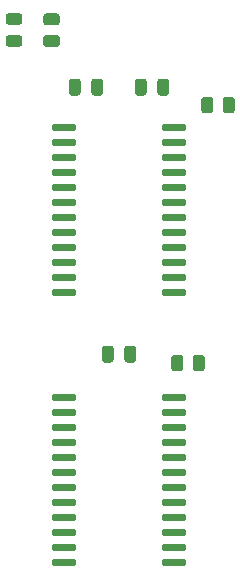
<source format=gtp>
G04 #@! TF.GenerationSoftware,KiCad,Pcbnew,6.0.6-3a73a75311~116~ubuntu22.04.1*
G04 #@! TF.CreationDate,2022-06-24T09:32:34-04:00*
G04 #@! TF.ProjectId,led_breakout,6c65645f-6272-4656-916b-6f75742e6b69,0*
G04 #@! TF.SameCoordinates,Original*
G04 #@! TF.FileFunction,Paste,Top*
G04 #@! TF.FilePolarity,Positive*
%FSLAX46Y46*%
G04 Gerber Fmt 4.6, Leading zero omitted, Abs format (unit mm)*
G04 Created by KiCad (PCBNEW 6.0.6-3a73a75311~116~ubuntu22.04.1) date 2022-06-24 09:32:34*
%MOMM*%
%LPD*%
G01*
G04 APERTURE LIST*
G04 APERTURE END LIST*
G36*
G01*
X148863032Y-77721979D02*
X148863032Y-78671979D01*
G75*
G02*
X148613032Y-78921979I-250000J0D01*
G01*
X148113032Y-78921979D01*
G75*
G02*
X147863032Y-78671979I0J250000D01*
G01*
X147863032Y-77721979D01*
G75*
G02*
X148113032Y-77471979I250000J0D01*
G01*
X148613032Y-77471979D01*
G75*
G02*
X148863032Y-77721979I0J-250000D01*
G01*
G37*
G36*
G01*
X146963032Y-77721979D02*
X146963032Y-78671979D01*
G75*
G02*
X146713032Y-78921979I-250000J0D01*
G01*
X146213032Y-78921979D01*
G75*
G02*
X145963032Y-78671979I0J250000D01*
G01*
X145963032Y-77721979D01*
G75*
G02*
X146213032Y-77471979I250000J0D01*
G01*
X146713032Y-77471979D01*
G75*
G02*
X146963032Y-77721979I0J-250000D01*
G01*
G37*
G36*
G01*
X151576032Y-80170979D02*
X151576032Y-79270979D01*
G75*
G02*
X151826032Y-79020979I250000J0D01*
G01*
X152351032Y-79020979D01*
G75*
G02*
X152601032Y-79270979I0J-250000D01*
G01*
X152601032Y-80170979D01*
G75*
G02*
X152351032Y-80420979I-250000J0D01*
G01*
X151826032Y-80420979D01*
G75*
G02*
X151576032Y-80170979I0J250000D01*
G01*
G37*
G36*
G01*
X153401032Y-80170979D02*
X153401032Y-79270979D01*
G75*
G02*
X153651032Y-79020979I250000J0D01*
G01*
X154176032Y-79020979D01*
G75*
G02*
X154426032Y-79270979I0J-250000D01*
G01*
X154426032Y-80170979D01*
G75*
G02*
X154176032Y-80420979I-250000J0D01*
G01*
X153651032Y-80420979D01*
G75*
G02*
X153401032Y-80170979I0J250000D01*
G01*
G37*
G36*
G01*
X146069032Y-100327979D02*
X146069032Y-101277979D01*
G75*
G02*
X145819032Y-101527979I-250000J0D01*
G01*
X145319032Y-101527979D01*
G75*
G02*
X145069032Y-101277979I0J250000D01*
G01*
X145069032Y-100327979D01*
G75*
G02*
X145319032Y-100077979I250000J0D01*
G01*
X145819032Y-100077979D01*
G75*
G02*
X146069032Y-100327979I0J-250000D01*
G01*
G37*
G36*
G01*
X144169032Y-100327979D02*
X144169032Y-101277979D01*
G75*
G02*
X143919032Y-101527979I-250000J0D01*
G01*
X143419032Y-101527979D01*
G75*
G02*
X143169032Y-101277979I0J250000D01*
G01*
X143169032Y-100327979D01*
G75*
G02*
X143419032Y-100077979I250000J0D01*
G01*
X143919032Y-100077979D01*
G75*
G02*
X144169032Y-100327979I0J-250000D01*
G01*
G37*
G36*
G01*
X140375032Y-78671979D02*
X140375032Y-77721979D01*
G75*
G02*
X140625032Y-77471979I250000J0D01*
G01*
X141125032Y-77471979D01*
G75*
G02*
X141375032Y-77721979I0J-250000D01*
G01*
X141375032Y-78671979D01*
G75*
G02*
X141125032Y-78921979I-250000J0D01*
G01*
X140625032Y-78921979D01*
G75*
G02*
X140375032Y-78671979I0J250000D01*
G01*
G37*
G36*
G01*
X142275032Y-78671979D02*
X142275032Y-77721979D01*
G75*
G02*
X142525032Y-77471979I250000J0D01*
G01*
X143025032Y-77471979D01*
G75*
G02*
X143275032Y-77721979I0J-250000D01*
G01*
X143275032Y-78671979D01*
G75*
G02*
X143025032Y-78921979I-250000J0D01*
G01*
X142525032Y-78921979D01*
G75*
G02*
X142275032Y-78671979I0J250000D01*
G01*
G37*
G36*
G01*
X138944032Y-81775979D02*
X138944032Y-81475979D01*
G75*
G02*
X139094032Y-81325979I150000J0D01*
G01*
X140844032Y-81325979D01*
G75*
G02*
X140994032Y-81475979I0J-150000D01*
G01*
X140994032Y-81775979D01*
G75*
G02*
X140844032Y-81925979I-150000J0D01*
G01*
X139094032Y-81925979D01*
G75*
G02*
X138944032Y-81775979I0J150000D01*
G01*
G37*
G36*
G01*
X138944032Y-83045979D02*
X138944032Y-82745979D01*
G75*
G02*
X139094032Y-82595979I150000J0D01*
G01*
X140844032Y-82595979D01*
G75*
G02*
X140994032Y-82745979I0J-150000D01*
G01*
X140994032Y-83045979D01*
G75*
G02*
X140844032Y-83195979I-150000J0D01*
G01*
X139094032Y-83195979D01*
G75*
G02*
X138944032Y-83045979I0J150000D01*
G01*
G37*
G36*
G01*
X138944032Y-84315979D02*
X138944032Y-84015979D01*
G75*
G02*
X139094032Y-83865979I150000J0D01*
G01*
X140844032Y-83865979D01*
G75*
G02*
X140994032Y-84015979I0J-150000D01*
G01*
X140994032Y-84315979D01*
G75*
G02*
X140844032Y-84465979I-150000J0D01*
G01*
X139094032Y-84465979D01*
G75*
G02*
X138944032Y-84315979I0J150000D01*
G01*
G37*
G36*
G01*
X138944032Y-85585979D02*
X138944032Y-85285979D01*
G75*
G02*
X139094032Y-85135979I150000J0D01*
G01*
X140844032Y-85135979D01*
G75*
G02*
X140994032Y-85285979I0J-150000D01*
G01*
X140994032Y-85585979D01*
G75*
G02*
X140844032Y-85735979I-150000J0D01*
G01*
X139094032Y-85735979D01*
G75*
G02*
X138944032Y-85585979I0J150000D01*
G01*
G37*
G36*
G01*
X138944032Y-86855979D02*
X138944032Y-86555979D01*
G75*
G02*
X139094032Y-86405979I150000J0D01*
G01*
X140844032Y-86405979D01*
G75*
G02*
X140994032Y-86555979I0J-150000D01*
G01*
X140994032Y-86855979D01*
G75*
G02*
X140844032Y-87005979I-150000J0D01*
G01*
X139094032Y-87005979D01*
G75*
G02*
X138944032Y-86855979I0J150000D01*
G01*
G37*
G36*
G01*
X138944032Y-88125979D02*
X138944032Y-87825979D01*
G75*
G02*
X139094032Y-87675979I150000J0D01*
G01*
X140844032Y-87675979D01*
G75*
G02*
X140994032Y-87825979I0J-150000D01*
G01*
X140994032Y-88125979D01*
G75*
G02*
X140844032Y-88275979I-150000J0D01*
G01*
X139094032Y-88275979D01*
G75*
G02*
X138944032Y-88125979I0J150000D01*
G01*
G37*
G36*
G01*
X138944032Y-89395979D02*
X138944032Y-89095979D01*
G75*
G02*
X139094032Y-88945979I150000J0D01*
G01*
X140844032Y-88945979D01*
G75*
G02*
X140994032Y-89095979I0J-150000D01*
G01*
X140994032Y-89395979D01*
G75*
G02*
X140844032Y-89545979I-150000J0D01*
G01*
X139094032Y-89545979D01*
G75*
G02*
X138944032Y-89395979I0J150000D01*
G01*
G37*
G36*
G01*
X138944032Y-90665979D02*
X138944032Y-90365979D01*
G75*
G02*
X139094032Y-90215979I150000J0D01*
G01*
X140844032Y-90215979D01*
G75*
G02*
X140994032Y-90365979I0J-150000D01*
G01*
X140994032Y-90665979D01*
G75*
G02*
X140844032Y-90815979I-150000J0D01*
G01*
X139094032Y-90815979D01*
G75*
G02*
X138944032Y-90665979I0J150000D01*
G01*
G37*
G36*
G01*
X138944032Y-91935979D02*
X138944032Y-91635979D01*
G75*
G02*
X139094032Y-91485979I150000J0D01*
G01*
X140844032Y-91485979D01*
G75*
G02*
X140994032Y-91635979I0J-150000D01*
G01*
X140994032Y-91935979D01*
G75*
G02*
X140844032Y-92085979I-150000J0D01*
G01*
X139094032Y-92085979D01*
G75*
G02*
X138944032Y-91935979I0J150000D01*
G01*
G37*
G36*
G01*
X138944032Y-93205979D02*
X138944032Y-92905979D01*
G75*
G02*
X139094032Y-92755979I150000J0D01*
G01*
X140844032Y-92755979D01*
G75*
G02*
X140994032Y-92905979I0J-150000D01*
G01*
X140994032Y-93205979D01*
G75*
G02*
X140844032Y-93355979I-150000J0D01*
G01*
X139094032Y-93355979D01*
G75*
G02*
X138944032Y-93205979I0J150000D01*
G01*
G37*
G36*
G01*
X138944032Y-94475979D02*
X138944032Y-94175979D01*
G75*
G02*
X139094032Y-94025979I150000J0D01*
G01*
X140844032Y-94025979D01*
G75*
G02*
X140994032Y-94175979I0J-150000D01*
G01*
X140994032Y-94475979D01*
G75*
G02*
X140844032Y-94625979I-150000J0D01*
G01*
X139094032Y-94625979D01*
G75*
G02*
X138944032Y-94475979I0J150000D01*
G01*
G37*
G36*
G01*
X138944032Y-95745979D02*
X138944032Y-95445979D01*
G75*
G02*
X139094032Y-95295979I150000J0D01*
G01*
X140844032Y-95295979D01*
G75*
G02*
X140994032Y-95445979I0J-150000D01*
G01*
X140994032Y-95745979D01*
G75*
G02*
X140844032Y-95895979I-150000J0D01*
G01*
X139094032Y-95895979D01*
G75*
G02*
X138944032Y-95745979I0J150000D01*
G01*
G37*
G36*
G01*
X148244032Y-95745979D02*
X148244032Y-95445979D01*
G75*
G02*
X148394032Y-95295979I150000J0D01*
G01*
X150144032Y-95295979D01*
G75*
G02*
X150294032Y-95445979I0J-150000D01*
G01*
X150294032Y-95745979D01*
G75*
G02*
X150144032Y-95895979I-150000J0D01*
G01*
X148394032Y-95895979D01*
G75*
G02*
X148244032Y-95745979I0J150000D01*
G01*
G37*
G36*
G01*
X148244032Y-94475979D02*
X148244032Y-94175979D01*
G75*
G02*
X148394032Y-94025979I150000J0D01*
G01*
X150144032Y-94025979D01*
G75*
G02*
X150294032Y-94175979I0J-150000D01*
G01*
X150294032Y-94475979D01*
G75*
G02*
X150144032Y-94625979I-150000J0D01*
G01*
X148394032Y-94625979D01*
G75*
G02*
X148244032Y-94475979I0J150000D01*
G01*
G37*
G36*
G01*
X148244032Y-93205979D02*
X148244032Y-92905979D01*
G75*
G02*
X148394032Y-92755979I150000J0D01*
G01*
X150144032Y-92755979D01*
G75*
G02*
X150294032Y-92905979I0J-150000D01*
G01*
X150294032Y-93205979D01*
G75*
G02*
X150144032Y-93355979I-150000J0D01*
G01*
X148394032Y-93355979D01*
G75*
G02*
X148244032Y-93205979I0J150000D01*
G01*
G37*
G36*
G01*
X148244032Y-91935979D02*
X148244032Y-91635979D01*
G75*
G02*
X148394032Y-91485979I150000J0D01*
G01*
X150144032Y-91485979D01*
G75*
G02*
X150294032Y-91635979I0J-150000D01*
G01*
X150294032Y-91935979D01*
G75*
G02*
X150144032Y-92085979I-150000J0D01*
G01*
X148394032Y-92085979D01*
G75*
G02*
X148244032Y-91935979I0J150000D01*
G01*
G37*
G36*
G01*
X148244032Y-90665979D02*
X148244032Y-90365979D01*
G75*
G02*
X148394032Y-90215979I150000J0D01*
G01*
X150144032Y-90215979D01*
G75*
G02*
X150294032Y-90365979I0J-150000D01*
G01*
X150294032Y-90665979D01*
G75*
G02*
X150144032Y-90815979I-150000J0D01*
G01*
X148394032Y-90815979D01*
G75*
G02*
X148244032Y-90665979I0J150000D01*
G01*
G37*
G36*
G01*
X148244032Y-89395979D02*
X148244032Y-89095979D01*
G75*
G02*
X148394032Y-88945979I150000J0D01*
G01*
X150144032Y-88945979D01*
G75*
G02*
X150294032Y-89095979I0J-150000D01*
G01*
X150294032Y-89395979D01*
G75*
G02*
X150144032Y-89545979I-150000J0D01*
G01*
X148394032Y-89545979D01*
G75*
G02*
X148244032Y-89395979I0J150000D01*
G01*
G37*
G36*
G01*
X148244032Y-88125979D02*
X148244032Y-87825979D01*
G75*
G02*
X148394032Y-87675979I150000J0D01*
G01*
X150144032Y-87675979D01*
G75*
G02*
X150294032Y-87825979I0J-150000D01*
G01*
X150294032Y-88125979D01*
G75*
G02*
X150144032Y-88275979I-150000J0D01*
G01*
X148394032Y-88275979D01*
G75*
G02*
X148244032Y-88125979I0J150000D01*
G01*
G37*
G36*
G01*
X148244032Y-86855979D02*
X148244032Y-86555979D01*
G75*
G02*
X148394032Y-86405979I150000J0D01*
G01*
X150144032Y-86405979D01*
G75*
G02*
X150294032Y-86555979I0J-150000D01*
G01*
X150294032Y-86855979D01*
G75*
G02*
X150144032Y-87005979I-150000J0D01*
G01*
X148394032Y-87005979D01*
G75*
G02*
X148244032Y-86855979I0J150000D01*
G01*
G37*
G36*
G01*
X148244032Y-85585979D02*
X148244032Y-85285979D01*
G75*
G02*
X148394032Y-85135979I150000J0D01*
G01*
X150144032Y-85135979D01*
G75*
G02*
X150294032Y-85285979I0J-150000D01*
G01*
X150294032Y-85585979D01*
G75*
G02*
X150144032Y-85735979I-150000J0D01*
G01*
X148394032Y-85735979D01*
G75*
G02*
X148244032Y-85585979I0J150000D01*
G01*
G37*
G36*
G01*
X148244032Y-84315979D02*
X148244032Y-84015979D01*
G75*
G02*
X148394032Y-83865979I150000J0D01*
G01*
X150144032Y-83865979D01*
G75*
G02*
X150294032Y-84015979I0J-150000D01*
G01*
X150294032Y-84315979D01*
G75*
G02*
X150144032Y-84465979I-150000J0D01*
G01*
X148394032Y-84465979D01*
G75*
G02*
X148244032Y-84315979I0J150000D01*
G01*
G37*
G36*
G01*
X148244032Y-83045979D02*
X148244032Y-82745979D01*
G75*
G02*
X148394032Y-82595979I150000J0D01*
G01*
X150144032Y-82595979D01*
G75*
G02*
X150294032Y-82745979I0J-150000D01*
G01*
X150294032Y-83045979D01*
G75*
G02*
X150144032Y-83195979I-150000J0D01*
G01*
X148394032Y-83195979D01*
G75*
G02*
X148244032Y-83045979I0J150000D01*
G01*
G37*
G36*
G01*
X148244032Y-81775979D02*
X148244032Y-81475979D01*
G75*
G02*
X148394032Y-81325979I150000J0D01*
G01*
X150144032Y-81325979D01*
G75*
G02*
X150294032Y-81475979I0J-150000D01*
G01*
X150294032Y-81775979D01*
G75*
G02*
X150144032Y-81925979I-150000J0D01*
G01*
X148394032Y-81925979D01*
G75*
G02*
X148244032Y-81775979I0J150000D01*
G01*
G37*
G36*
G01*
X138944032Y-104635979D02*
X138944032Y-104335979D01*
G75*
G02*
X139094032Y-104185979I150000J0D01*
G01*
X140844032Y-104185979D01*
G75*
G02*
X140994032Y-104335979I0J-150000D01*
G01*
X140994032Y-104635979D01*
G75*
G02*
X140844032Y-104785979I-150000J0D01*
G01*
X139094032Y-104785979D01*
G75*
G02*
X138944032Y-104635979I0J150000D01*
G01*
G37*
G36*
G01*
X138944032Y-105905979D02*
X138944032Y-105605979D01*
G75*
G02*
X139094032Y-105455979I150000J0D01*
G01*
X140844032Y-105455979D01*
G75*
G02*
X140994032Y-105605979I0J-150000D01*
G01*
X140994032Y-105905979D01*
G75*
G02*
X140844032Y-106055979I-150000J0D01*
G01*
X139094032Y-106055979D01*
G75*
G02*
X138944032Y-105905979I0J150000D01*
G01*
G37*
G36*
G01*
X138944032Y-107175979D02*
X138944032Y-106875979D01*
G75*
G02*
X139094032Y-106725979I150000J0D01*
G01*
X140844032Y-106725979D01*
G75*
G02*
X140994032Y-106875979I0J-150000D01*
G01*
X140994032Y-107175979D01*
G75*
G02*
X140844032Y-107325979I-150000J0D01*
G01*
X139094032Y-107325979D01*
G75*
G02*
X138944032Y-107175979I0J150000D01*
G01*
G37*
G36*
G01*
X138944032Y-108445979D02*
X138944032Y-108145979D01*
G75*
G02*
X139094032Y-107995979I150000J0D01*
G01*
X140844032Y-107995979D01*
G75*
G02*
X140994032Y-108145979I0J-150000D01*
G01*
X140994032Y-108445979D01*
G75*
G02*
X140844032Y-108595979I-150000J0D01*
G01*
X139094032Y-108595979D01*
G75*
G02*
X138944032Y-108445979I0J150000D01*
G01*
G37*
G36*
G01*
X138944032Y-109715979D02*
X138944032Y-109415979D01*
G75*
G02*
X139094032Y-109265979I150000J0D01*
G01*
X140844032Y-109265979D01*
G75*
G02*
X140994032Y-109415979I0J-150000D01*
G01*
X140994032Y-109715979D01*
G75*
G02*
X140844032Y-109865979I-150000J0D01*
G01*
X139094032Y-109865979D01*
G75*
G02*
X138944032Y-109715979I0J150000D01*
G01*
G37*
G36*
G01*
X138944032Y-110985979D02*
X138944032Y-110685979D01*
G75*
G02*
X139094032Y-110535979I150000J0D01*
G01*
X140844032Y-110535979D01*
G75*
G02*
X140994032Y-110685979I0J-150000D01*
G01*
X140994032Y-110985979D01*
G75*
G02*
X140844032Y-111135979I-150000J0D01*
G01*
X139094032Y-111135979D01*
G75*
G02*
X138944032Y-110985979I0J150000D01*
G01*
G37*
G36*
G01*
X138944032Y-112255979D02*
X138944032Y-111955979D01*
G75*
G02*
X139094032Y-111805979I150000J0D01*
G01*
X140844032Y-111805979D01*
G75*
G02*
X140994032Y-111955979I0J-150000D01*
G01*
X140994032Y-112255979D01*
G75*
G02*
X140844032Y-112405979I-150000J0D01*
G01*
X139094032Y-112405979D01*
G75*
G02*
X138944032Y-112255979I0J150000D01*
G01*
G37*
G36*
G01*
X138944032Y-113525979D02*
X138944032Y-113225979D01*
G75*
G02*
X139094032Y-113075979I150000J0D01*
G01*
X140844032Y-113075979D01*
G75*
G02*
X140994032Y-113225979I0J-150000D01*
G01*
X140994032Y-113525979D01*
G75*
G02*
X140844032Y-113675979I-150000J0D01*
G01*
X139094032Y-113675979D01*
G75*
G02*
X138944032Y-113525979I0J150000D01*
G01*
G37*
G36*
G01*
X138944032Y-114795979D02*
X138944032Y-114495979D01*
G75*
G02*
X139094032Y-114345979I150000J0D01*
G01*
X140844032Y-114345979D01*
G75*
G02*
X140994032Y-114495979I0J-150000D01*
G01*
X140994032Y-114795979D01*
G75*
G02*
X140844032Y-114945979I-150000J0D01*
G01*
X139094032Y-114945979D01*
G75*
G02*
X138944032Y-114795979I0J150000D01*
G01*
G37*
G36*
G01*
X138944032Y-116065979D02*
X138944032Y-115765979D01*
G75*
G02*
X139094032Y-115615979I150000J0D01*
G01*
X140844032Y-115615979D01*
G75*
G02*
X140994032Y-115765979I0J-150000D01*
G01*
X140994032Y-116065979D01*
G75*
G02*
X140844032Y-116215979I-150000J0D01*
G01*
X139094032Y-116215979D01*
G75*
G02*
X138944032Y-116065979I0J150000D01*
G01*
G37*
G36*
G01*
X138944032Y-117335979D02*
X138944032Y-117035979D01*
G75*
G02*
X139094032Y-116885979I150000J0D01*
G01*
X140844032Y-116885979D01*
G75*
G02*
X140994032Y-117035979I0J-150000D01*
G01*
X140994032Y-117335979D01*
G75*
G02*
X140844032Y-117485979I-150000J0D01*
G01*
X139094032Y-117485979D01*
G75*
G02*
X138944032Y-117335979I0J150000D01*
G01*
G37*
G36*
G01*
X138944032Y-118605979D02*
X138944032Y-118305979D01*
G75*
G02*
X139094032Y-118155979I150000J0D01*
G01*
X140844032Y-118155979D01*
G75*
G02*
X140994032Y-118305979I0J-150000D01*
G01*
X140994032Y-118605979D01*
G75*
G02*
X140844032Y-118755979I-150000J0D01*
G01*
X139094032Y-118755979D01*
G75*
G02*
X138944032Y-118605979I0J150000D01*
G01*
G37*
G36*
G01*
X148244032Y-118605979D02*
X148244032Y-118305979D01*
G75*
G02*
X148394032Y-118155979I150000J0D01*
G01*
X150144032Y-118155979D01*
G75*
G02*
X150294032Y-118305979I0J-150000D01*
G01*
X150294032Y-118605979D01*
G75*
G02*
X150144032Y-118755979I-150000J0D01*
G01*
X148394032Y-118755979D01*
G75*
G02*
X148244032Y-118605979I0J150000D01*
G01*
G37*
G36*
G01*
X148244032Y-117335979D02*
X148244032Y-117035979D01*
G75*
G02*
X148394032Y-116885979I150000J0D01*
G01*
X150144032Y-116885979D01*
G75*
G02*
X150294032Y-117035979I0J-150000D01*
G01*
X150294032Y-117335979D01*
G75*
G02*
X150144032Y-117485979I-150000J0D01*
G01*
X148394032Y-117485979D01*
G75*
G02*
X148244032Y-117335979I0J150000D01*
G01*
G37*
G36*
G01*
X148244032Y-116065979D02*
X148244032Y-115765979D01*
G75*
G02*
X148394032Y-115615979I150000J0D01*
G01*
X150144032Y-115615979D01*
G75*
G02*
X150294032Y-115765979I0J-150000D01*
G01*
X150294032Y-116065979D01*
G75*
G02*
X150144032Y-116215979I-150000J0D01*
G01*
X148394032Y-116215979D01*
G75*
G02*
X148244032Y-116065979I0J150000D01*
G01*
G37*
G36*
G01*
X148244032Y-114795979D02*
X148244032Y-114495979D01*
G75*
G02*
X148394032Y-114345979I150000J0D01*
G01*
X150144032Y-114345979D01*
G75*
G02*
X150294032Y-114495979I0J-150000D01*
G01*
X150294032Y-114795979D01*
G75*
G02*
X150144032Y-114945979I-150000J0D01*
G01*
X148394032Y-114945979D01*
G75*
G02*
X148244032Y-114795979I0J150000D01*
G01*
G37*
G36*
G01*
X148244032Y-113525979D02*
X148244032Y-113225979D01*
G75*
G02*
X148394032Y-113075979I150000J0D01*
G01*
X150144032Y-113075979D01*
G75*
G02*
X150294032Y-113225979I0J-150000D01*
G01*
X150294032Y-113525979D01*
G75*
G02*
X150144032Y-113675979I-150000J0D01*
G01*
X148394032Y-113675979D01*
G75*
G02*
X148244032Y-113525979I0J150000D01*
G01*
G37*
G36*
G01*
X148244032Y-112255979D02*
X148244032Y-111955979D01*
G75*
G02*
X148394032Y-111805979I150000J0D01*
G01*
X150144032Y-111805979D01*
G75*
G02*
X150294032Y-111955979I0J-150000D01*
G01*
X150294032Y-112255979D01*
G75*
G02*
X150144032Y-112405979I-150000J0D01*
G01*
X148394032Y-112405979D01*
G75*
G02*
X148244032Y-112255979I0J150000D01*
G01*
G37*
G36*
G01*
X148244032Y-110985979D02*
X148244032Y-110685979D01*
G75*
G02*
X148394032Y-110535979I150000J0D01*
G01*
X150144032Y-110535979D01*
G75*
G02*
X150294032Y-110685979I0J-150000D01*
G01*
X150294032Y-110985979D01*
G75*
G02*
X150144032Y-111135979I-150000J0D01*
G01*
X148394032Y-111135979D01*
G75*
G02*
X148244032Y-110985979I0J150000D01*
G01*
G37*
G36*
G01*
X148244032Y-109715979D02*
X148244032Y-109415979D01*
G75*
G02*
X148394032Y-109265979I150000J0D01*
G01*
X150144032Y-109265979D01*
G75*
G02*
X150294032Y-109415979I0J-150000D01*
G01*
X150294032Y-109715979D01*
G75*
G02*
X150144032Y-109865979I-150000J0D01*
G01*
X148394032Y-109865979D01*
G75*
G02*
X148244032Y-109715979I0J150000D01*
G01*
G37*
G36*
G01*
X148244032Y-108445979D02*
X148244032Y-108145979D01*
G75*
G02*
X148394032Y-107995979I150000J0D01*
G01*
X150144032Y-107995979D01*
G75*
G02*
X150294032Y-108145979I0J-150000D01*
G01*
X150294032Y-108445979D01*
G75*
G02*
X150144032Y-108595979I-150000J0D01*
G01*
X148394032Y-108595979D01*
G75*
G02*
X148244032Y-108445979I0J150000D01*
G01*
G37*
G36*
G01*
X148244032Y-107175979D02*
X148244032Y-106875979D01*
G75*
G02*
X148394032Y-106725979I150000J0D01*
G01*
X150144032Y-106725979D01*
G75*
G02*
X150294032Y-106875979I0J-150000D01*
G01*
X150294032Y-107175979D01*
G75*
G02*
X150144032Y-107325979I-150000J0D01*
G01*
X148394032Y-107325979D01*
G75*
G02*
X148244032Y-107175979I0J150000D01*
G01*
G37*
G36*
G01*
X148244032Y-105905979D02*
X148244032Y-105605979D01*
G75*
G02*
X148394032Y-105455979I150000J0D01*
G01*
X150144032Y-105455979D01*
G75*
G02*
X150294032Y-105605979I0J-150000D01*
G01*
X150294032Y-105905979D01*
G75*
G02*
X150144032Y-106055979I-150000J0D01*
G01*
X148394032Y-106055979D01*
G75*
G02*
X148244032Y-105905979I0J150000D01*
G01*
G37*
G36*
G01*
X148244032Y-104635979D02*
X148244032Y-104335979D01*
G75*
G02*
X148394032Y-104185979I150000J0D01*
G01*
X150144032Y-104185979D01*
G75*
G02*
X150294032Y-104335979I0J-150000D01*
G01*
X150294032Y-104635979D01*
G75*
G02*
X150144032Y-104785979I-150000J0D01*
G01*
X148394032Y-104785979D01*
G75*
G02*
X148244032Y-104635979I0J150000D01*
G01*
G37*
G36*
G01*
X138454032Y-71945979D02*
X139354032Y-71945979D01*
G75*
G02*
X139604032Y-72195979I0J-250000D01*
G01*
X139604032Y-72720979D01*
G75*
G02*
X139354032Y-72970979I-250000J0D01*
G01*
X138454032Y-72970979D01*
G75*
G02*
X138204032Y-72720979I0J250000D01*
G01*
X138204032Y-72195979D01*
G75*
G02*
X138454032Y-71945979I250000J0D01*
G01*
G37*
G36*
G01*
X138454032Y-73770979D02*
X139354032Y-73770979D01*
G75*
G02*
X139604032Y-74020979I0J-250000D01*
G01*
X139604032Y-74545979D01*
G75*
G02*
X139354032Y-74795979I-250000J0D01*
G01*
X138454032Y-74795979D01*
G75*
G02*
X138204032Y-74545979I0J250000D01*
G01*
X138204032Y-74020979D01*
G75*
G02*
X138454032Y-73770979I250000J0D01*
G01*
G37*
G36*
G01*
X135272782Y-71945979D02*
X136185282Y-71945979D01*
G75*
G02*
X136429032Y-72189729I0J-243750D01*
G01*
X136429032Y-72677229D01*
G75*
G02*
X136185282Y-72920979I-243750J0D01*
G01*
X135272782Y-72920979D01*
G75*
G02*
X135029032Y-72677229I0J243750D01*
G01*
X135029032Y-72189729D01*
G75*
G02*
X135272782Y-71945979I243750J0D01*
G01*
G37*
G36*
G01*
X135272782Y-73820979D02*
X136185282Y-73820979D01*
G75*
G02*
X136429032Y-74064729I0J-243750D01*
G01*
X136429032Y-74552229D01*
G75*
G02*
X136185282Y-74795979I-243750J0D01*
G01*
X135272782Y-74795979D01*
G75*
G02*
X135029032Y-74552229I0J243750D01*
G01*
X135029032Y-74064729D01*
G75*
G02*
X135272782Y-73820979I243750J0D01*
G01*
G37*
G36*
G01*
X149036032Y-102014979D02*
X149036032Y-101114979D01*
G75*
G02*
X149286032Y-100864979I250000J0D01*
G01*
X149811032Y-100864979D01*
G75*
G02*
X150061032Y-101114979I0J-250000D01*
G01*
X150061032Y-102014979D01*
G75*
G02*
X149811032Y-102264979I-250000J0D01*
G01*
X149286032Y-102264979D01*
G75*
G02*
X149036032Y-102014979I0J250000D01*
G01*
G37*
G36*
G01*
X150861032Y-102014979D02*
X150861032Y-101114979D01*
G75*
G02*
X151111032Y-100864979I250000J0D01*
G01*
X151636032Y-100864979D01*
G75*
G02*
X151886032Y-101114979I0J-250000D01*
G01*
X151886032Y-102014979D01*
G75*
G02*
X151636032Y-102264979I-250000J0D01*
G01*
X151111032Y-102264979D01*
G75*
G02*
X150861032Y-102014979I0J250000D01*
G01*
G37*
M02*

</source>
